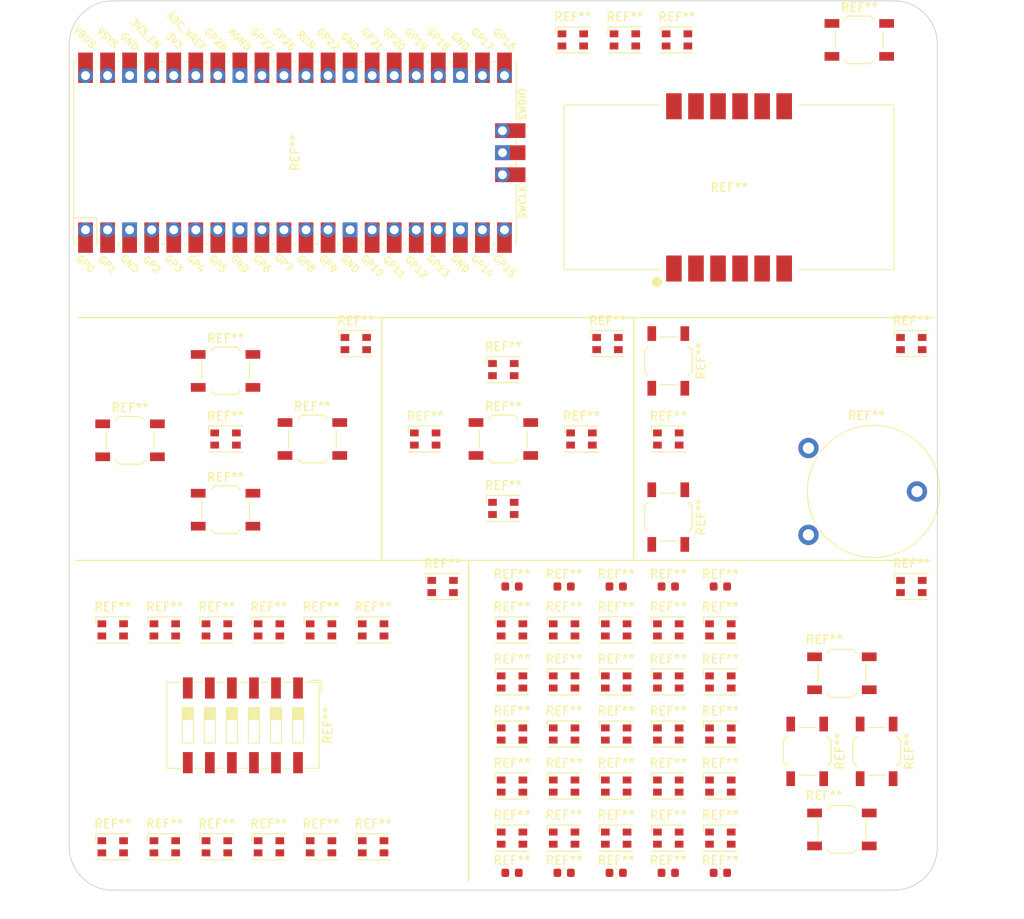
<source format=kicad_pcb>
(kicad_pcb (version 20211014) (generator pcbnew)
  (layers (0 "F.Cu" signal) (31 "B.Cu" signal) (34 "B.Paste" user) (35 "F.Paste" user) (36 "B.SilkS" user "B.Silkscreen") (37 "F.SilkS" user "F.Silkscreen") (38 "B.Mask" user) (39 "F.Mask" user) (44 "Edge.Cuts" user))
  (net 0 "")
  (footprint "LED_SMD:LED_Cree-PLCC4_3.2x2.8mm_CCW" (layer "F.Cu") (at 115 130)
    (fp_text reference "REF**" (at 0 -2.65) (layer "F.SilkS"))
    (fp_text value "LED_Cree-PLCC4_3.2x2.8mm_CCW")
    (pad "1" smd rect (at -1.25 -0.7) (size 1 0.8) (layers "F.Cu" "F.Paste" "F.Mask"))
    (pad "2" smd rect (at -1.25 0.7) (size 1 0.8) (layers "F.Cu" "F.Paste" "F.Mask"))
    (pad "3" smd rect (at 1.25 0.7) (size 1 0.8) (layers "F.Cu" "F.Paste" "F.Mask"))
    (pad "4" smd rect (at 1.25 -0.7) (size 1 0.8) (layers "F.Cu" "F.Paste" "F.Mask"))
  )
  (footprint "LED_SMD:LED_Cree-PLCC4_3.2x2.8mm_CCW" (layer "F.Cu") (at 167 130)
    (fp_text reference "REF**" (at 0 -2.65) (layer "F.SilkS"))
    (fp_text value "LED_Cree-PLCC4_3.2x2.8mm_CCW")
    (pad "1" smd rect (at -1.25 -0.7) (size 1 0.8) (layers "F.Cu" "F.Paste" "F.Mask"))
    (pad "2" smd rect (at -1.25 0.7) (size 1 0.8) (layers "F.Cu" "F.Paste" "F.Mask"))
    (pad "3" smd rect (at 1.25 0.7) (size 1 0.8) (layers "F.Cu" "F.Paste" "F.Mask"))
    (pad "4" smd rect (at 1.25 -0.7) (size 1 0.8) (layers "F.Cu" "F.Paste" "F.Mask"))
  )
  (footprint "LED_SMD:LED_Cree-PLCC4_3.2x2.8mm_CCW" (layer "F.Cu") (at 168 62)
    (fp_text reference "REF**" (at 0 -2.65) (layer "F.SilkS"))
    (fp_text value "LED_Cree-PLCC4_3.2x2.8mm_CCW")
    (pad "1" smd rect (at -1.25 -0.7) (size 1 0.8) (layers "F.Cu" "F.Paste" "F.Mask"))
    (pad "2" smd rect (at -1.25 0.7) (size 1 0.8) (layers "F.Cu" "F.Paste" "F.Mask"))
    (pad "3" smd rect (at 1.25 0.7) (size 1 0.8) (layers "F.Cu" "F.Paste" "F.Mask"))
    (pad "4" smd rect (at 1.25 -0.7) (size 1 0.8) (layers "F.Cu" "F.Paste" "F.Mask"))
  )
  (footprint "LED_SMD:LED_Cree-PLCC4_3.2x2.8mm_CCW" (layer "F.Cu") (at 161 136)
    (fp_text reference "REF**" (at 0 -2.65) (layer "F.SilkS"))
    (fp_text value "LED_Cree-PLCC4_3.2x2.8mm_CCW")
    (pad "1" smd rect (at -1.25 -0.7) (size 1 0.8) (layers "F.Cu" "F.Paste" "F.Mask"))
    (pad "2" smd rect (at -1.25 0.7) (size 1 0.8) (layers "F.Cu" "F.Paste" "F.Mask"))
    (pad "3" smd rect (at 1.25 0.7) (size 1 0.8) (layers "F.Cu" "F.Paste" "F.Mask"))
    (pad "4" smd rect (at 1.25 -0.7) (size 1 0.8) (layers "F.Cu" "F.Paste" "F.Mask"))
  )
  (footprint "LED_SMD:LED_Cree-PLCC4_3.2x2.8mm_CCW" (layer "F.Cu") (at 185 142)
    (fp_text reference "REF**" (at 0 -2.65) (layer "F.SilkS"))
    (fp_text value "LED_Cree-PLCC4_3.2x2.8mm_CCW")
    (pad "1" smd rect (at -1.25 -0.7) (size 1 0.8) (layers "F.Cu" "F.Paste" "F.Mask"))
    (pad "2" smd rect (at -1.25 0.7) (size 1 0.8) (layers "F.Cu" "F.Paste" "F.Mask"))
    (pad "3" smd rect (at 1.25 0.7) (size 1 0.8) (layers "F.Cu" "F.Paste" "F.Mask"))
    (pad "4" smd rect (at 1.25 -0.7) (size 1 0.8) (layers "F.Cu" "F.Paste" "F.Mask"))
  )
  (footprint "LED_SMD:LED_Cree-PLCC4_3.2x2.8mm_CCW" (layer "F.Cu") (at 121 155)
    (fp_text reference "REF**" (at 0 -2.65) (layer "F.SilkS"))
    (fp_text value "LED_Cree-PLCC4_3.2x2.8mm_CCW")
    (pad "1" smd rect (at -1.25 -0.7) (size 1 0.8) (layers "F.Cu" "F.Paste" "F.Mask"))
    (pad "2" smd rect (at -1.25 0.7) (size 1 0.8) (layers "F.Cu" "F.Paste" "F.Mask"))
    (pad "3" smd rect (at 1.25 0.7) (size 1 0.8) (layers "F.Cu" "F.Paste" "F.Mask"))
    (pad "4" smd rect (at 1.25 -0.7) (size 1 0.8) (layers "F.Cu" "F.Paste" "F.Mask"))
  )
  (footprint "Capacitor_SMD:C_0603_1608Metric" (layer "F.Cu") (at 185 125)
    (fp_text reference "REF**" (at 0 -1.43) (layer "F.SilkS"))
    (fp_text value "C_0603_1608Metric")
    (pad "1" smd roundrect (at -0.775 0) (size 0.9 0.95) (layers "F.Cu" "F.Paste" "F.Mask"))
    (pad "2" smd roundrect (at 0.775 0) (size 0.9 0.95) (layers "F.Cu" "F.Paste" "F.Mask"))
  )
  (footprint "Button_Switch_SMD:SW_SPST_TL3342" (layer "F.Cu") (at 160 108)
    (fp_text reference "REF**" (at 0 -3.75) (layer "F.SilkS"))
    (fp_text value "SW_SPST_TL3342")
    (pad "1" smd rect (at 3.15 -1.9) (size 1.7 1) (layers "F.Cu" "F.Paste" "F.Mask"))
    (pad "1" smd rect (at -3.15 -1.9) (size 1.7 1) (layers "F.Cu" "F.Paste" "F.Mask"))
    (pad "2" smd rect (at -3.15 1.9) (size 1.7 1) (layers "F.Cu" "F.Paste" "F.Mask"))
    (pad "2" smd rect (at 3.15 1.9) (size 1.7 1) (layers "F.Cu" "F.Paste" "F.Mask"))
  )
  (footprint "LED_SMD:LED_Cree-PLCC4_3.2x2.8mm_CCW" (layer "F.Cu") (at 167 142)
    (fp_text reference "REF**" (at 0 -2.65) (layer "F.SilkS"))
    (fp_text value "LED_Cree-PLCC4_3.2x2.8mm_CCW")
    (pad "1" smd rect (at -1.25 -0.7) (size 1 0.8) (layers "F.Cu" "F.Paste" "F.Mask"))
    (pad "2" smd rect (at -1.25 0.7) (size 1 0.8) (layers "F.Cu" "F.Paste" "F.Mask"))
    (pad "3" smd rect (at 1.25 0.7) (size 1 0.8) (layers "F.Cu" "F.Paste" "F.Mask"))
    (pad "4" smd rect (at 1.25 -0.7) (size 1 0.8) (layers "F.Cu" "F.Paste" "F.Mask"))
  )
  (footprint "LED_SMD:LED_Cree-PLCC4_3.2x2.8mm_CCW" (layer "F.Cu") (at 172 97)
    (fp_text reference "REF**" (at 0 -2.65) (layer "F.SilkS"))
    (fp_text value "LED_Cree-PLCC4_3.2x2.8mm_CCW")
    (pad "1" smd rect (at -1.25 -0.7) (size 1 0.8) (layers "F.Cu" "F.Paste" "F.Mask"))
    (pad "2" smd rect (at -1.25 0.7) (size 1 0.8) (layers "F.Cu" "F.Paste" "F.Mask"))
    (pad "3" smd rect (at 1.25 0.7) (size 1 0.8) (layers "F.Cu" "F.Paste" "F.Mask"))
    (pad "4" smd rect (at 1.25 -0.7) (size 1 0.8) (layers "F.Cu" "F.Paste" "F.Mask"))
  )
  (footprint "Button_Switch_SMD:SW_SPST_TL3342" (layer "F.Cu") (at 195 144 -90)
    (fp_text reference "REF**" (at 0 -3.75 90) (layer "F.SilkS"))
    (fp_text value "SW_SPST_TL3342")
    (pad "1" smd rect (at -3.15 -1.9 270) (size 1.7 1) (layers "F.Cu" "F.Paste" "F.Mask"))
    (pad "1" smd rect (at 3.15 -1.9 270) (size 1.7 1) (layers "F.Cu" "F.Paste" "F.Mask"))
    (pad "2" smd rect (at -3.15 1.9 270) (size 1.7 1) (layers "F.Cu" "F.Paste" "F.Mask"))
    (pad "2" smd rect (at 3.15 1.9 270) (size 1.7 1) (layers "F.Cu" "F.Paste" "F.Mask"))
  )
  (footprint "LED_SMD:LED_Cree-PLCC4_3.2x2.8mm_CCW" (layer "F.Cu") (at 173 154)
    (fp_text reference "REF**" (at 0 -2.65) (layer "F.SilkS"))
    (fp_text value "LED_Cree-PLCC4_3.2x2.8mm_CCW")
    (pad "1" smd rect (at -1.25 -0.7) (size 1 0.8) (layers "F.Cu" "F.Paste" "F.Mask"))
    (pad "2" smd rect (at -1.25 0.7) (size 1 0.8) (layers "F.Cu" "F.Paste" "F.Mask"))
    (pad "3" smd rect (at 1.25 0.7) (size 1 0.8) (layers "F.Cu" "F.Paste" "F.Mask"))
    (pad "4" smd rect (at 1.25 -0.7) (size 1 0.8) (layers "F.Cu" "F.Paste" "F.Mask"))
  )
  (footprint "LED_SMD:LED_Cree-PLCC4_3.2x2.8mm_CCW" (layer "F.Cu") (at 167 136)
    (fp_text reference "REF**" (at 0 -2.65) (layer "F.SilkS"))
    (fp_text value "LED_Cree-PLCC4_3.2x2.8mm_CCW")
    (pad "1" smd rect (at -1.25 -0.7) (size 1 0.8) (layers "F.Cu" "F.Paste" "F.Mask"))
    (pad "2" smd rect (at -1.25 0.7) (size 1 0.8) (layers "F.Cu" "F.Paste" "F.Mask"))
    (pad "3" smd rect (at 1.25 0.7) (size 1 0.8) (layers "F.Cu" "F.Paste" "F.Mask"))
    (pad "4" smd rect (at 1.25 -0.7) (size 1 0.8) (layers "F.Cu" "F.Paste" "F.Mask"))
  )
  (footprint "LED_SMD:LED_Cree-PLCC4_3.2x2.8mm_CCW" (layer "F.Cu") (at 161 148)
    (fp_text reference "REF**" (at 0 -2.65) (layer "F.SilkS"))
    (fp_text value "LED_Cree-PLCC4_3.2x2.8mm_CCW")
    (pad "1" smd rect (at -1.25 -0.7) (size 1 0.8) (layers "F.Cu" "F.Paste" "F.Mask"))
    (pad "2" smd rect (at -1.25 0.7) (size 1 0.8) (layers "F.Cu" "F.Paste" "F.Mask"))
    (pad "3" smd rect (at 1.25 0.7) (size 1 0.8) (layers "F.Cu" "F.Paste" "F.Mask"))
    (pad "4" smd rect (at 1.25 -0.7) (size 1 0.8) (layers "F.Cu" "F.Paste" "F.Mask"))
  )
  (footprint "LED_SMD:LED_Cree-PLCC4_3.2x2.8mm_CCW" (layer "F.Cu") (at 185 154)
    (fp_text reference "REF**" (at 0 -2.65) (layer "F.SilkS"))
    (fp_text value "LED_Cree-PLCC4_3.2x2.8mm_CCW")
    (pad "1" smd rect (at -1.25 -0.7) (size 1 0.8) (layers "F.Cu" "F.Paste" "F.Mask"))
    (pad "2" smd rect (at -1.25 0.7) (size 1 0.8) (layers "F.Cu" "F.Paste" "F.Mask"))
    (pad "3" smd rect (at 1.25 0.7) (size 1 0.8) (layers "F.Cu" "F.Paste" "F.Mask"))
    (pad "4" smd rect (at 1.25 -0.7) (size 1 0.8) (layers "F.Cu" "F.Paste" "F.Mask"))
  )
  (footprint "LED_SMD:LED_Cree-PLCC4_3.2x2.8mm_CCW" (layer "F.Cu") (at 161 154)
    (fp_text reference "REF**" (at 0 -2.65) (layer "F.SilkS"))
    (fp_text value "LED_Cree-PLCC4_3.2x2.8mm_CCW")
    (pad "1" smd rect (at -1.25 -0.7) (size 1 0.8) (layers "F.Cu" "F.Paste" "F.Mask"))
    (pad "2" smd rect (at -1.25 0.7) (size 1 0.8) (layers "F.Cu" "F.Paste" "F.Mask"))
    (pad "3" smd rect (at 1.25 0.7) (size 1 0.8) (layers "F.Cu" "F.Paste" "F.Mask"))
    (pad "4" smd rect (at 1.25 -0.7) (size 1 0.8) (layers "F.Cu" "F.Paste" "F.Mask"))
  )
  (footprint "LED_SMD:LED_Cree-PLCC4_3.2x2.8mm_CCW" (layer "F.Cu") (at 185 130)
    (fp_text reference "REF**" (at 0 -2.65) (layer "F.SilkS"))
    (fp_text value "LED_Cree-PLCC4_3.2x2.8mm_CCW")
    (pad "1" smd rect (at -1.25 -0.7) (size 1 0.8) (layers "F.Cu" "F.Paste" "F.Mask"))
    (pad "2" smd rect (at -1.25 0.7) (size 1 0.8) (layers "F.Cu" "F.Paste" "F.Mask"))
    (pad "3" smd rect (at 1.25 0.7) (size 1 0.8) (layers "F.Cu" "F.Paste" "F.Mask"))
    (pad "4" smd rect (at 1.25 -0.7) (size 1 0.8) (layers "F.Cu" "F.Paste" "F.Mask"))
  )
  (footprint "Button_Switch_SMD:SW_SPST_TL3342" (layer "F.Cu") (at 203 144 -90)
    (fp_text reference "REF**" (at 0 -3.75 90) (layer "F.SilkS"))
    (fp_text value "SW_SPST_TL3342")
    (pad "1" smd rect (at 3.15 -1.9 270) (size 1.7 1) (layers "F.Cu" "F.Paste" "F.Mask"))
    (pad "1" smd rect (at -3.15 -1.9 270) (size 1.7 1) (layers "F.Cu" "F.Paste" "F.Mask"))
    (pad "2" smd rect (at -3.15 1.9 270) (size 1.7 1) (layers "F.Cu" "F.Paste" "F.Mask"))
    (pad "2" smd rect (at 3.15 1.9 270) (size 1.7 1) (layers "F.Cu" "F.Paste" "F.Mask"))
  )
  (footprint "LED_SMD:LED_Cree-PLCC4_3.2x2.8mm_CCW" (layer "F.Cu") (at 207 97)
    (fp_text reference "REF**" (at 0 -2.65) (layer "F.SilkS"))
    (fp_text value "LED_Cree-PLCC4_3.2x2.8mm_CCW")
    (pad "1" smd rect (at -1.25 -0.7) (size 1 0.8) (layers "F.Cu" "F.Paste" "F.Mask"))
    (pad "2" smd rect (at -1.25 0.7) (size 1 0.8) (layers "F.Cu" "F.Paste" "F.Mask"))
    (pad "3" smd rect (at 1.25 0.7) (size 1 0.8) (layers "F.Cu" "F.Paste" "F.Mask"))
    (pad "4" smd rect (at 1.25 -0.7) (size 1 0.8) (layers "F.Cu" "F.Paste" "F.Mask"))
  )
  (footprint "LED_SMD:LED_Cree-PLCC4_3.2x2.8mm_CCW" (layer "F.Cu") (at 179 148)
    (fp_text reference "REF**" (at 0 -2.65) (layer "F.SilkS"))
    (fp_text value "LED_Cree-PLCC4_3.2x2.8mm_CCW")
    (pad "1" smd rect (at -1.25 -0.7) (size 1 0.8) (layers "F.Cu" "F.Paste" "F.Mask"))
    (pad "2" smd rect (at -1.25 0.7) (size 1 0.8) (layers "F.Cu" "F.Paste" "F.Mask"))
    (pad "3" smd rect (at 1.25 0.7) (size 1 0.8) (layers "F.Cu" "F.Paste" "F.Mask"))
    (pad "4" smd rect (at 1.25 -0.7) (size 1 0.8) (layers "F.Cu" "F.Paste" "F.Mask"))
  )
  (footprint "LED_SMD:LED_Cree-PLCC4_3.2x2.8mm_CCW" (layer "F.Cu") (at 167 154)
    (fp_text reference "REF**" (at 0 -2.65) (layer "F.SilkS"))
    (fp_text value "LED_Cree-PLCC4_3.2x2.8mm_CCW")
    (pad "1" smd rect (at -1.25 -0.7) (size 1 0.8) (layers "F.Cu" "F.Paste" "F.Mask"))
    (pad "2" smd rect (at -1.25 0.7) (size 1 0.8) (layers "F.Cu" "F.Paste" "F.Mask"))
    (pad "3" smd rect (at 1.25 0.7) (size 1 0.8) (layers "F.Cu" "F.Paste" "F.Mask"))
    (pad "4" smd rect (at 1.25 -0.7) (size 1 0.8) (layers "F.Cu" "F.Paste" "F.Mask"))
  )
  (footprint "Capacitor_SMD:C_0603_1608Metric" (layer "F.Cu") (at 179 158)
    (fp_text reference "REF**" (at 0 -1.43) (layer "F.SilkS"))
    (fp_text value "C_0603_1608Metric")
    (pad "1" smd roundrect (at -0.775 0) (size 0.9 0.95) (layers "F.Cu" "F.Paste" "F.Mask"))
    (pad "2" smd roundrect (at 0.775 0) (size 0.9 0.95) (layers "F.Cu" "F.Paste" "F.Mask"))
  )
  (footprint "Button_Switch_SMD:SW_DIP_SPSTx06_Slide_9.78x17.42mm_W8.61mm_P2.54mm" (layer "F.Cu") (at 130 141 -90)
    (fp_text reference "REF**" (at 0 -9.77 90) (layer "F.SilkS"))
    (fp_text value "SW_DIP_SPSTx06_Slide_9.78x17.42mm_W8.61mm_P2.54mm")
    (pad "1" smd rect (at -4.305 -6.35 270) (size 2.44 1.12) (layers "F.Cu" "F.Paste" "F.Mask"))
    (pad "2" smd rect (at -4.305 -3.81 270) (size 2.44 1.12) (layers "F.Cu" "F.Paste" "F.Mask"))
    (pad "3" smd rect (at -4.305 -1.27 270) (size 2.44 1.12) (layers "F.Cu" "F.Paste" "F.Mask"))
    (pad "4" smd rect (at -4.305 1.27 270) (size 2.44 1.12) (layers "F.Cu" "F.Paste" "F.Mask"))
    (pad "5" smd rect (at -4.305 3.81 270) (size 2.44 1.12) (layers "F.Cu" "F.Paste" "F.Mask"))
    (pad "6" smd rect (at -4.305 6.35 270) (size 2.44 1.12) (layers "F.Cu" "F.Paste" "F.Mask"))
    (pad "7" smd rect (at 4.305 6.35 270) (size 2.44 1.12) (layers "F.Cu" "F.Paste" "F.Mask"))
    (pad "8" smd rect (at 4.305 3.81 270) (size 2.44 1.12) (layers "F.Cu" "F.Paste" "F.Mask"))
    (pad "9" smd rect (at 4.305 1.27 270) (size 2.44 1.12) (layers "F.Cu" "F.Paste" "F.Mask"))
    (pad "10" smd rect (at 4.305 -1.27 270) (size 2.44 1.12) (layers "F.Cu" "F.Paste" "F.Mask"))
    (pad "11" smd rect (at 4.305 -3.81 270) (size 2.44 1.12) (layers "F.Cu" "F.Paste" "F.Mask"))
    (pad "12" smd rect (at 4.305 -6.35 270) (size 2.44 1.12) (layers "F.Cu" "F.Paste" "F.Mask"))
  )
  (footprint "LED_SMD:LED_Cree-PLCC4_3.2x2.8mm_CCW" (layer "F.Cu") (at 174 62)
    (fp_text reference "REF**" (at 0 -2.65) (layer "F.SilkS"))
    (fp_text value "LED_Cree-PLCC4_3.2x2.8mm_CCW")
    (pad "1" smd rect (at -1.25 -0.7) (size 1 0.8) (layers "F.Cu" "F.Paste" "F.Mask"))
    (pad "2" smd rect (at -1.25 0.7) (size 1 0.8) (layers "F.Cu" "F.Paste" "F.Mask"))
    (pad "3" smd rect (at 1.25 0.7) (size 1 0.8) (layers "F.Cu" "F.Paste" "F.Mask"))
    (pad "4" smd rect (at 1.25 -0.7) (size 1 0.8) (layers "F.Cu" "F.Paste" "F.Mask"))
  )
  (footprint "Capacitor_SMD:C_0603_1608Metric" (layer "F.Cu") (at 173 125)
    (fp_text reference "REF**" (at 0 -1.43) (layer "F.SilkS"))
    (fp_text value "C_0603_1608Metric")
    (pad "1" smd roundrect (at -0.775 0) (size 0.9 0.95) (layers "F.Cu" "F.Paste" "F.Mask"))
    (pad "2" smd roundrect (at 0.775 0) (size 0.9 0.95) (layers "F.Cu" "F.Paste" "F.Mask"))
  )
  (footprint "LED_SMD:LED_Cree-PLCC4_3.2x2.8mm_CCW" (layer "F.Cu") (at 139 155)
    (fp_text reference "REF**" (at 0 -2.65) (layer "F.SilkS"))
    (fp_text value "LED_Cree-PLCC4_3.2x2.8mm_CCW")
    (pad "1" smd rect (at -1.25 -0.7) (size 1 0.8) (layers "F.Cu" "F.Paste" "F.Mask"))
    (pad "2" smd rect (at -1.25 0.7) (size 1 0.8) (layers "F.Cu" "F.Paste" "F.Mask"))
    (pad "3" smd rect (at 1.25 0.7) (size 1 0.8) (layers "F.Cu" "F.Paste" "F.Mask"))
    (pad "4" smd rect (at 1.25 -0.7) (size 1 0.8) (layers "F.Cu" "F.Paste" "F.Mask"))
  )
  (footprint "LED_SMD:LED_Cree-PLCC4_3.2x2.8mm_CCW" (layer "F.Cu") (at 128 108)
    (fp_text reference "REF**" (at 0 -2.65) (layer "F.SilkS"))
    (fp_text value "LED_Cree-PLCC4_3.2x2.8mm_CCW")
    (pad "1" smd rect (at -1.25 -0.7) (size 1 0.8) (layers "F.Cu" "F.Paste" "F.Mask"))
    (pad "2" smd rect (at -1.25 0.7) (size 1 0.8) (layers "F.Cu" "F.Paste" "F.Mask"))
    (pad "3" smd rect (at 1.25 0.7) (size 1 0.8) (layers "F.Cu" "F.Paste" "F.Mask"))
    (pad "4" smd rect (at 1.25 -0.7) (size 1 0.8) (layers "F.Cu" "F.Paste" "F.Mask"))
  )
  (footprint "LED_SMD:LED_Cree-PLCC4_3.2x2.8mm_CCW" (layer "F.Cu") (at 127 155)
    (fp_text reference "REF**" (at 0 -2.65) (layer "F.SilkS"))
    (fp_text value "LED_Cree-PLCC4_3.2x2.8mm_CCW")
    (pad "1" smd rect (at -1.25 -0.7) (size 1 0.8) (layers "F.Cu" "F.Paste" "F.Mask"))
    (pad "2" smd rect (at -1.25 0.7) (size 1 0.8) (layers "F.Cu" "F.Paste" "F.Mask"))
    (pad "3" smd rect (at 1.25 0.7) (size 1 0.8) (layers "F.Cu" "F.Paste" "F.Mask"))
    (pad "4" smd rect (at 1.25 -0.7) (size 1 0.8) (layers "F.Cu" "F.Paste" "F.Mask"))
  )
  (footprint "LED_SMD:LED_Cree-PLCC4_3.2x2.8mm_CCW" (layer "F.Cu") (at 179 130)
    (fp_text reference "REF**" (at 0 -2.65) (layer "F.SilkS"))
    (fp_text value "LED_Cree-PLCC4_3.2x2.8mm_CCW")
    (pad "1" smd rect (at -1.25 -0.7) (size 1 0.8) (layers "F.Cu" "F.Paste" "F.Mask"))
    (pad "2" smd rect (at -1.25 0.7) (size 1 0.8) (layers "F.Cu" "F.Paste" "F.Mask"))
    (pad "3" smd rect (at 1.25 0.7) (size 1 0.8) (layers "F.Cu" "F.Paste" "F.Mask"))
    (pad "4" smd rect (at 1.25 -0.7) (size 1 0.8) (layers "F.Cu" "F.Paste" "F.Mask"))
  )
  (footprint "LED_SMD:LED_Cree-PLCC4_3.2x2.8mm_CCW" (layer "F.Cu") (at 139 130)
    (fp_text reference "REF**" (at 0 -2.65) (layer "F.SilkS"))
    (fp_text value "LED_Cree-PLCC4_3.2x2.8mm_CCW")
    (pad "1" smd rect (at -1.25 -0.7) (size 1 0.8) (layers "F.Cu" "F.Paste" "F.Mask"))
    (pad "2" smd rect (at -1.25 0.7) (size 1 0.8) (layers "F.Cu" "F.Paste" "F.Mask"))
    (pad "3" smd rect (at 1.25 0.7) (size 1 0.8) (layers "F.Cu" "F.Paste" "F.Mask"))
    (pad "4" smd rect (at 1.25 -0.7) (size 1 0.8) (layers "F.Cu" "F.Paste" "F.Mask"))
  )
  (footprint "LED_SMD:LED_Cree-PLCC4_3.2x2.8mm_CCW" (layer "F.Cu") (at 133 155)
    (fp_text reference "REF**" (at 0 -2.65) (layer "F.SilkS"))
    (fp_text value "LED_Cree-PLCC4_3.2x2.8mm_CCW")
    (pad "1" smd rect (at -1.25 -0.7) (size 1 0.8) (layers "F.Cu" "F.Paste" "F.Mask"))
    (pad "2" smd rect (at -1.25 0.7) (size 1 0.8) (layers "F.Cu" "F.Paste" "F.Mask"))
    (pad "3" smd rect (at 1.25 0.7) (size 1 0.8) (layers "F.Cu" "F.Paste" "F.Mask"))
    (pad "4" smd rect (at 1.25 -0.7) (size 1 0.8) (layers "F.Cu" "F.Paste" "F.Mask"))
  )
  (footprint "Capacitor_SMD:C_0603_1608Metric" (layer "F.Cu") (at 173 158)
    (fp_text reference "REF**" (at 0 -1.43) (layer "F.SilkS"))
    (fp_text value "C_0603_1608Metric")
    (pad "1" smd roundrect (at -0.775 0) (size 0.9 0.95) (layers "F.Cu" "F.Paste" "F.Mask"))
    (pad "2" smd roundrect (at 0.775 0) (size 0.9 0.95) (layers "F.Cu" "F.Paste" "F.Mask"))
  )
  (footprint "LED_SMD:LED_Cree-PLCC4_3.2x2.8mm_CCW" (layer "F.Cu") (at 161 130)
    (fp_text reference "REF**" (at 0 -2.65) (layer "F.SilkS"))
    (fp_text value "LED_Cree-PLCC4_3.2x2.8mm_CCW")
    (pad "1" smd rect (at -1.25 -0.7) (size 1 0.8) (layers "F.Cu" "F.Paste" "F.Mask"))
    (pad "2" smd rect (at -1.25 0.7) (size 1 0.8) (layers "F.Cu" "F.Paste" "F.Mask"))
    (pad "3" smd rect (at 1.25 0.7) (size 1 0.8) (layers "F.Cu" "F.Paste" "F.Mask"))
    (pad "4" smd rect (at 1.25 -0.7) (size 1 0.8) (layers "F.Cu" "F.Paste" "F.Mask"))
  )
  (footprint "LED_SMD:LED_Cree-PLCC4_3.2x2.8mm_CCW" (layer "F.Cu") (at 145 130)
    (fp_text reference "REF**" (at 0 -2.65) (layer "F.SilkS"))
    (fp_text value "LED_Cree-PLCC4_3.2x2.8mm_CCW")
    (pad "1" smd rect (at -1.25 -0.7) (size 1 0.8) (layers "F.Cu" "F.Paste" "F.Mask"))
    (pad "2" smd rect (at -1.25 0.7) (size 1 0.8) (layers "F.Cu" "F.Paste" "F.Mask"))
    (pad "3" smd rect (at 1.25 0.7) (size 1 0.8) (layers "F.Cu" "F.Paste" "F.Mask"))
    (pad "4" smd rect (at 1.25 -0.7) (size 1 0.8) (layers "F.Cu" "F.Paste" "F.Mask"))
  )
  (footprint "Button_Switch_SMD:SW_SPST_TL3342" (layer "F.Cu") (at 199 153)
    (fp_text reference "REF**" (at -2.04 -3.896267) (layer "F.SilkS"))
    (fp_text value "SW_SPST_TL3342")
    (pad "1" smd rect (at -3.15 -1.9) (size 1.7 1) (layers "F.Cu" "F.Paste" "F.Mask"))
    (pad "1" smd rect (at 3.15 -1.9) (size 1.7 1) (layers "F.Cu" "F.Paste" "F.Mask"))
    (pad "2" smd rect (at 3.15 1.9) (size 1.7 1) (layers "F.Cu" "F.Paste" "F.Mask"))
    (pad "2" smd rect (at -3.15 1.9) (size 1.7 1) (layers "F.Cu" "F.Paste" "F.Mask"))
  )
  (footprint "Button_Switch_SMD:SW_SPST_TL3342" (layer "F.Cu") (at 138 108)
    (fp_text reference "REF**" (at 0 -3.75) (layer "F.SilkS"))
    (fp_text value "SW_SPST_TL3342")
    (pad "1" smd rect (at -3.15 -1.9) (size 1.7 1) (layers "F.Cu" "F.Paste" "F.Mask"))
    (pad "1" smd rect (at 3.15 -1.9) (size 1.7 1) (layers "F.Cu" "F.Paste" "F.Mask"))
    (pad "2" smd rect (at -3.15 1.9) (size 1.7 1) (layers "F.Cu" "F.Paste" "F.Mask"))
    (pad "2" smd rect (at 3.15 1.9) (size 1.7 1) (layers "F.Cu" "F.Paste" "F.Mask"))
  )
  (footprint "LED_SMD:LED_Cree-PLCC4_3.2x2.8mm_CCW" (layer "F.Cu") (at 115 155)
    (fp_text reference "REF**" (at 0 -2.65) (layer "F.SilkS"))
    (fp_text value "LED_Cree-PLCC4_3.2x2.8mm_CCW")
    (pad "1" smd rect (at -1.25 -0.7) (size 1 0.8) (layers "F.Cu" "F.Paste" "F.Mask"))
    (pad "2" smd rect (at -1.25 0.7) (size 1 0.8) (layers "F.Cu" "F.Paste" "F.Mask"))
    (pad "3" smd rect (at 1.25 0.7) (size 1 0.8) (layers "F.Cu" "F.Paste" "F.Mask"))
    (pad "4" smd rect (at 1.25 -0.7) (size 1 0.8) (layers "F.Cu" "F.Paste" "F.Mask"))
  )
  (footprint "LED_SMD:LED_Cree-PLCC4_3.2x2.8mm_CCW" (layer "F.Cu") (at 173 142)
    (fp_text reference "REF**" (at 0 -2.65) (layer "F.SilkS"))
    (fp_text value "LED_Cree-PLCC4_3.2x2.8mm_CCW")
    (pad "1" smd rect (at -1.25 -0.7) (size 1 0.8) (layers "F.Cu" "F.Paste" "F.Mask"))
    (pad "2" smd rect (at -1.25 0.7) (size 1 0.8) (layers "F.Cu" "F.Paste" "F.Mask"))
    (pad "3" smd rect (at 1.25 0.7) (size 1 0.8) (layers "F.Cu" "F.Paste" "F.Mask"))
    (pad "4" smd rect (at 1.25 -0.7) (size 1 0.8) (layers "F.Cu" "F.Paste" "F.Mask"))
  )
  (footprint "LED_SMD:LED_Cree-PLCC4_3.2x2.8mm_CCW" (layer "F.Cu") (at 179 142)
    (fp_text reference "REF**" (at 0 -2.65) (layer "F.SilkS"))
    (fp_text value "LED_Cree-PLCC4_3.2x2.8mm_CCW")
    (pad "1" smd rect (at -1.25 -0.7) (size 1 0.8) (layers "F.Cu" "F.Paste" "F.Mask"))
    (pad "2" smd rect (at -1.25 0.7) (size 1 0.8) (layers "F.Cu" "F.Paste" "F.Mask"))
    (pad "3" smd rect (at 1.25 0.7) (size 1 0.8) (layers "F.Cu" "F.Paste" "F.Mask"))
    (pad "4" smd rect (at 1.25 -0.7) (size 1 0.8) (layers "F.Cu" "F.Paste" "F.Mask"))
  )
  (footprint "LCSC_parts:SLS0563DRA1GD" (layer "F.Cu") (at 186 79)
    (fp_text reference "REF**" (at 0 0) (layer "F.SilkS"))
    (fp_text value "SLS0563DRA1GD")
    (pad "1" smd rect locked (at -6.35 9.35) (size 1.8 3) (layers "F.Cu" "F.Paste" "F.Mask"))
    (pad "2" smd rect locked (at -3.81 9.35) (size 1.8 3) (layers "F.Cu" "F.Paste" "F.Mask"))
    (pad "3" smd rect locked (at -1.27 9.35) (size 1.8 3) (layers "F.Cu" "F.Paste" "F.Mask"))
    (pad "4" smd rect locked (at 1.27 9.35) (size 1.8 3) (layers "F.Cu" "F.Paste" "F.Mask"))
    (pad "5" smd rect locked (at 3.81 9.35) (size 1.8 3) (layers "F.Cu" "F.Paste" "F.Mask"))
    (pad "6" smd rect locked (at 6.35 9.35) (size 1.8 3) (layers "F.Cu" "F.Paste" "F.Mask"))
    (pad "7" smd rect locked (at 6.35 -9.35) (size 1.8 3) (layers "F.Cu" "F.Paste" "F.Mask"))
    (pad "8" smd rect locked (at 3.81 -9.35) (size 1.8 3) (layers "F.Cu" "F.Paste" "F.Mask"))
    (pad "9" smd rect locked (at 1.27 -9.35) (size 1.8 3) (layers "F.Cu" "F.Paste" "F.Mask"))
    (pad "10" smd rect locked (at -1.27 -9.35) (size 1.8 3) (layers "F.Cu" "F.Paste" "F.Mask"))
    (pad "11" smd rect locked (at -3.81 -9.35) (size 1.8 3) (layers "F.Cu" "F.Paste" "F.Mask"))
    (pad "12" smd rect locked (at -6.35 -9.35) (size 1.8 3) (layers "F.Cu" "F.Paste" "F.Mask"))
  )
  (footprint "RPi_Pico:RPi_Pico_SMD_TH" (layer "F.Cu") (at 136 75 90)
    (fp_text reference "REF**" (at 0 0 90) (layer "F.SilkS"))
    (fp_text value "RPi_Pico_SMD_TH")
    (fp_text user "GND" (at 12.8 19.05 135) (layer "F.SilkS") (effects (font (size 0.8 0.8))))
    (fp_text user "GP0" (at -12.8 -24.13 135) (layer "F.SilkS") (effects (font (size 0.8 0.8))))
    (fp_text user "GP15" (at -13.054 24.13 135) (layer "F.SilkS") (effects (font (size 0.8 0.8))))
    (fp_text user "GP3" (at -12.8 -13.97 135) (layer "F.SilkS") (effects (font (size 0.8 0.8))))
    (fp_text user "GP8" (at -12.8 1.27 135) (layer "F.SilkS") (effects (font (size 0.8 0.8))))
    (fp_text user "AGND" (at 13.054 -6.35 135) (layer "F.SilkS") (effects (font (size 0.8 0.8))))
    (fp_text user "GP19" (at 13.054 13.97 135) (layer "F.SilkS") (effects (font (size 0.8 0.8))))
    (fp_text user "GP12" (at -13.2 13.97 135) (layer "F.SilkS") (effects (font (size 0.8 0.8))))
    (fp_text user "GP6" (at -12.8 -3.81 135) (layer "F.SilkS") (effects (font (size 0.8 0.8))))
    (fp_text user "SWCLK" (at -5.7 26.2 90) (layer "F.SilkS") (effects (font (size 0.8 0.8))))
    (fp_text user "GP10" (at -13.054 8.89 135) (layer "F.SilkS") (effects (font (size 0.8 0.8))))
    (fp_text user "GP28" (at 13.054 -9.144 135) (layer "F.SilkS") (effects (font (size 0.8 0.8))))
    (fp_text user "VSYS" (at 13.2 -21.59 135) (layer "F.SilkS") (effects (font (size 0.8 0.8))))
    (fp_text user "GP16" (at 13.054 24.13 135) (layer "F.SilkS") (effects (font (size 0.8 0.8))))
    (fp_text user "GND" (at -12.8 -6.35 135) (layer "F.SilkS") (effects (font (size 0.8 0.8))))
    (fp_text user "GP2" (at -12.9 -16.51 135) (layer "F.SilkS") (effects (font (size 0.8 0.8))))
    (fp_text user "ADC_VREF" (at 14 -12.5 135) (layer "F.SilkS") (effects (font (size 0.8 0.8))))
    (fp_text user "SWDIO" (at 5.6 26.2 90) (layer "F.SilkS") (effects (font (size 0.8 0.8))))
    (fp_text user "GP11" (at -13.2 11.43 135) (layer "F.SilkS") (effects (font (size 0.8 0.8))))
    (fp_text user "GP13" (at -13.054 16.51 135) (layer "F.SilkS") (effects (font (size 0.8 0.8))))
    (fp_text user "GP26" (at 13.054 -1.27 135) (layer "F.SilkS") (effects (font (size 0.8 0.8))))
    (fp_text user "GP14" (at -13.1 21.59 135) (layer "F.SilkS") (effects (font (size 0.8 0.8))))
    (fp_text user "GND" (at 12.8 6.35 135) (layer "F.SilkS") (effects (font (size 0.8 0.8))))
    (fp_text user "GP7" (at -12.7 -1.3 135) (layer "F.SilkS") (effects (font (size 0.8 0.8))))
    (fp_text user "GND" (at -12.8 19.05 135) (layer "F.SilkS") (effects (font (size 0.8 0.8))))
    (fp_text user "GP21" (at 13.054 8.9 135) (layer "F.SilkS") (effects (font (size 0.8 0.8))))
    (fp_text user "GP17" (at 13.054 21.59 135) (layer "F.SilkS") (effects (font (size 0.8 0.8))))
    (fp_text user "GP4" (at -12.8 -11.43 135) (layer "F.SilkS") (effects (font (size 0.8 0.8))))
    (fp_text user "GP5" (at -12.8 -8.89 135) (layer "F.SilkS") (effects (font (size 0.8 0.8))))
    (fp_text user "GP20" (at 13.054 11.43 135) (layer "F.SilkS") (effects (font (size 0.8 0.8))))
    (fp_text user "GND" (at 12.8 -19.05 135) (layer "F.SilkS") (effects (font (size 0.8 0.8))))
    (fp_text user "3V3" (at 12.9 -13.9 135) (layer "F.SilkS") (effects (font (size 0.8 0.8))))
    (fp_text user "RUN" (at 13 1.27 135) (layer "F.SilkS") (effects (font (size 0.8 0.8))))
    (fp_text user "GP27" (at 13.054 -3.8 135) (layer "F.SilkS") (effects (font (size 0.8 0.8))))
    (fp_text user "GND" (at -12.8 -19.05 135) (layer "F.SilkS") (effects (font (size 0.8 0.8))))
    (fp_text user "VBUS" (at 13.3 -24.2 135) (layer "F.SilkS") (effects (font (size 0.8 0.8))))
    (fp_text user "GP1" (at -12.9 -21.6 135) (layer "F.SilkS") (effects (font (size 0.8 0.8))))
    (fp_text user "GP9" (at -12.8 3.81 135) (layer "F.SilkS") (effects (font (size 0.8 0.8))))
    (fp_text user "GP18" (at 13.054 16.51 135) (layer "F.SilkS") (effects (font (size 0.8 0.8))))
    (fp_text user "GND" (at -12.8 6.35 135) (layer "F.SilkS") (effects (font (size 0.8 0.8))))
    (fp_text user "3V3_EN" (at 13.7 -17.2 135) (layer "F.SilkS") (effects (font (size 0.8 0.8))))
    (fp_text user "GP22" (at 13.054 3.81 135) (layer "F.SilkS") (effects (font (size 0.8 0.8))))
    (pad "" np_thru_hole oval locked (at 2.725 -24 90) (size 1.8 1.8) (drill 1.8) (layers *.Cu *.Mask))
    (pad "" np_thru_hole oval locked (at 2.425 -20.97 90) (size 1.5 1.5) (drill 1.5) (layers *.Cu *.Mask))
    (pad "" np_thru_hole oval locked (at -2.425 -20.97 90) (size 1.5 1.5) (drill 1.5) (layers *.Cu *.Mask))
    (pad "" np_thru_hole oval locked (at -2.725 -24 90) (size 1.8 1.8) (drill 1.8) (layers *.Cu *.Mask))
    (pad "1" thru_hole oval locked (at -8.89 -24.13 90) (size 1.7 1.7) (drill 1.02) (layers *.Cu *.Mask))
    (pad "1" smd rect locked (at -8.89 -24.13 90) (size 3.5 1.7) (drill (offset -0.9 0)) (layers "F.Cu" "F.Mask"))
    (pad "2" smd rect locked (at -8.89 -21.59 90) (size 3.5 1.7) (drill (offset -0.9 0)) (layers "F.Cu" "F.Mask"))
    (pad "2" thru_hole oval locked (at -8.89 -21.59 90) (size 1.7 1.7) (drill 1.02) (layers *.Cu *.Mask))
    (pad "3" smd rect locked (at -8.89 -19.05 90) (size 3.5 1.7) (drill (offset -0.9 0)) (layers "F.Cu" "F.Mask"))
    (pad "3" thru_hole rect locked (at -8.89 -19.05 90) (size 1.7 1.7) (drill 1.02) (layers *.Cu *.Mask))
    (pad "4" smd rect locked (at -8.89 -16.51 90) (size 3.5 1.7) (drill (offset -0.9 0)) (layers "F.Cu" "F.Mask"))
    (pad "4" thru_hole oval locked (at -8.89 -16.51 90) (size 1.7 1.7) (drill 1.02) (layers *.Cu *.Mask))
    (pad "5" smd rect locked (at -8.89 -13.97 90) (size 3.5 1.7) (drill (offset -0.9 0)) (layers "F.Cu" "F.Mask"))
    (pad "5" thru_hole oval locked (at -8.89 -13.97 90) (size 1.7 1.7) (drill 1.02) (layers *.Cu *.Mask))
    (pad "6" smd rect locked (at -8.89 -11.43 90) (size 3.5 1.7) (drill (offset -0.9 0)) (layers "F.Cu" "F.Mask"))
    (pad "6" thru_hole oval locked (at -8.89 -11.43 90) (size 1.7 1.7) (drill 1.02) (layers *.Cu *.Mask))
    (pad "7" smd rect locked (at -8.89 -8.89 90) (size 3.5 1.7) (drill (offset -0.9 0)) (layers "F.Cu" "F.Mask"))
    (pad "7" thru_hole oval locked (at -8.89 -8.89 90) (size 1.7 1.7) (drill 1.02) (layers *.Cu *.Mask))
    (pad "8" thru_hole rect locked (at -8.89 -6.35 90) (size 1.7 1.7) (drill 1.02) (layers *.Cu *.Mask))
    (pad "8" smd rect locked (at -8.89 -6.35 90) (size 3.5 1.7) (drill (offset -0.9 0)) (layers "F.Cu" "F.Mask"))
    (pad "9" smd rect locked (at -8.89 -3.81 90) (size 3.5 1.7) (drill (offset -0.9 0)) (layers "F.Cu" "F.Mask"))
    (pad "9" thru_hole oval locked (at -8.89 -3.81 90) (size 1.7 1.7) (drill 1.02) (layers *.Cu *.Mask))
    (pad "10" smd rect locked (at -8.89 -1.27 90) (size 3.5 1.7) (drill (offset -0.9 0)) (layers "F.Cu" "F.Mask"))
    (pad "10" thru_hole oval locked (at -8.89 -1.27 90) (size 1.7 1.7) (drill 1.02) (layers *.Cu *.Mask))
    (pad "11" smd rect locked (at -8.89 1.27 90) (size 3.5 1.7) (drill (offset -0.9 0)) (layers "F.Cu" "F.Mask"))
    (pad "11" thru_hole oval locked (at -8.89 1.27 90) (size 1.7 1.7) (drill 1.02) (layers *.Cu *.Mask))
    (pad "12" smd rect locked (at -8.89 3.81 90) (size 3.5 1.7) (drill (offset -0.9 0)) (layers "F.Cu" "F.Mask"))
    (pad "12" thru_hole oval locked (at -8.89 3.81 90) (size 1.7 1.7) (drill 1.02) (layers *.Cu *.Mask))
    (pad "13" smd rect locked (at -8.89 6.35 90) (size 3.5 1.7) (drill (offset -0.9 0)) (layers "F.Cu" "F.Mask"))
    (pad "13" thru_hole rect locked (at -8.89 6.35 90) (size 1.7 1.7) (drill 1.02) (layers *.Cu *.Mask))
    (pad "14" smd rect locked (at -8.89 8.89 90) (size 3.5 1.7) (drill (offset -0.9 0)) (layers "F.Cu" "F.Mask"))
    (pad "14" thru_hole oval locked (at -8.89 8.89 90) (size 1.7 1.7) (drill 1.02) (layers *.Cu *.Mask))
    (pad "15" thru_hole oval locked (at -8.89 11.43 90) (size 1.7 1.7) (drill 1.02) (layers *.Cu *.Mask))
    (pad "15" smd rect locked (at -8.89 11.43 90) (size 3.5 1.7) (drill (offset -0.9 0)) (layers "F.Cu" "F.Mask"))
    (pad "16" smd rect locked (at -8.89 13.97 90) (size 3.5 1.7) (drill (offset -0.9 0)) (layers "F.Cu" "F.Mask"))
    (pad "16" thru_hole oval locked (at -8.89 13.97 90) (size 1.7 1.7) (drill 1.02) (layers *.Cu *.Mask))
    (pad "17" thru_hole oval locked (at -8.89 16.51 90) (size 1.7 1.7) (drill 1.02) (layers *.Cu *.Mask))
    (pad "17" smd rect locked (at -8.89 16.51 90) (size 3.5 1.7) (drill (offset -0.9 0)) (layers "F.Cu" "F.Mask"))
    (pad "18" thru_hole rect locked (at -8.89 19.05 90) (size 1.7 1.7) (drill 1.02) (layers *.Cu *.Mask))
    (pad "18" smd rect locked (at -8.89 19.05 90) (size 3.5 1.7) (drill (offset -0.9 0)) (layers "F.Cu" "F.Mask"))
    (pad "19" thru_hole oval locked (at -8.89 21.59 90) (size 1.7 1.7) (drill 1.02) (layers *.Cu *.Mask))
    (pad "19" smd rect locked (at -8.89 21.59 90) (size 3.5 1.7) (drill (offset -0.9 0)) (layers "F.Cu" "F.Mask"))
    (pad "20" smd rect locked (at -8.89 24.13 90) (size 3.5 1.7) (drill (offset -0.9 0)) (layers "F.Cu" "F.Mask"))
    (pad "20" thru_hole oval locked (at -8.89 24.13 90) (size 1.7 1.7) (drill 1.02) (layers *.Cu *.Mask))
    (pad "21" smd rect locked (at 8.89 24.13 90) (size 3.5 1.7) (drill (offset 0.9 0)) (layers "F.Cu" "F.Mask"))
    (pad "21" thru_hole oval locked (at 8.89 24.13 90) (size 1.7 1.7) (drill 1.02) (layers *.Cu *.Mask))
    (pad "22" smd rect locked (at 8.89 21.59 90) (size 3.5 1.7) (drill (offset 0.9 0)) (layers "F.Cu" "F.Mask"))
    (pad "22" thru_hole oval locked (at 8.89 21.59 90) (size 1.7 1.7) (drill 1.02) (layers *.Cu *.Mask))
    (pad "23" thru_hole rect locked (at 8.89 19.05 90) (size 1.7 1.7) (drill 1.02) (layers *.Cu *.Mask))
    (pad "23" smd rect locked (at 8.89 19.05 90) (size 3.5 1.7) (drill (offset 0.9 0)) (layers "F.Cu" "F.Mask"))
    (pad "24" smd rect locked (at 8.89 16.51 90) (size 3.5 1.7) (drill (offset 0.9 0)) (layers "F.Cu" "F.Mask"))
    (pad "24" thru_hole oval locked (at 8.89 16.51 90) (size 1.7 1.7) (drill 1.02) (layers *.Cu *.Mask))
    (pad "25" thru_hole oval locked (at 8.89 13.97 90) (size 1.7 1.7) (drill 1.02) (layers *.Cu *.Mask))
    (pad "25" smd rect locked (at 8.89 13.97 90) (size 3.5 1.7) (drill (offset 0.9 0)) (layers "F.Cu" "F.Mask"))
    (pad "26" thru_hole oval locked (at 8.89 11.43 90) (size 1.7 1.7) (drill 1.02) (layers *.Cu *.Mask))
    (pad "26" smd rect locked (at 8.89 11.43 90) (size 3.5 1.7) (drill (offset 0.9 0)) (layers "F.Cu" "F.Mask"))
    (pad "27" thru_hole oval locked (at 8.89 8.89 90) (size 1.7 1.7) (drill 1.02) (layers *.Cu *.Mask))
    (pad "27" smd rect locked (at 8.89 8.89 90) (size 3.5 1.7) (drill (offset 0.9 0)) (layers "F.Cu" "F.Mask"))
    (pad "28" thru_hole rect locked (at 8.89 6.35 90) (size 1.7 1.7) (drill 1.02) (layers *.Cu *.Mask))
    (pad "28" smd rect locked (at 8.89 6.35 90) (size 3.5 1.7) (drill (offset 0.9 0)) (layers "F.Cu" "F.Mask"))
    (pad "29" smd rect locked (at 8.89 3.81 90) (size 3.5 1.7) (drill (offset 0.9 0)) (layers "F.Cu" "F.Mask"))
    (pad "29" thru_hole oval locked (at 8.89 3.81 90) (size 1.7 1.7) (drill 1.02) (layers *.Cu *.Mask))
    (pad "30" smd rect locked (at 8.89 1.27 90) (size 3.5 1.7) (drill (offset 0.9 0)) (layers "F.Cu" "F.Mask"))
    (pad "30" thru_hole oval locked (at 8.89 1.27 90) (size 1.7 1.7) (drill 1.02) (layers *.Cu *.Mask))
    (pad "31" smd rect locked (at 8.89 -1.27 90) (size 3.5 1.7) (drill (offset 0.9 0)) (layers "F.Cu" "F.Mask"))
    (pad "31" thru_hole oval locked (at 8.89 -1.27 90) (size 1.7 1.7) (drill 1.02) (layers *.Cu *.Mask))
    (pad "32" smd rect locked (at 8.89 -3.81 90) (size 3.5 1.7) (drill (offset 0.9 0)) (layers "F.Cu" "F.Mask"))
    (pad "32" thru_hole oval locked (at 8.89 -3.81 90) (size 1.7 1.7) (drill 1.02) (layers *.Cu *.Mask))
    (pad "33" thru_hole rect locked (at 8.89 -6.35 90) (size 1.7 1.7) (drill 1.02) (layers *.Cu *.Mask))
    (pad "33" smd rect locked (at 8.89 -6.35 90) (size 3.5 1.7) (drill (offset 0.9 0)) (layers "F.Cu" "F.Mask"))
    (pad "34" thru_hole oval locked (at 8.89 -8.89 90) (size 1.7 1.7) (drill 1.02) (layers *.Cu *.Mask))
    (pad "34" smd rect locked (at 8.89 -8.89 90) (size 3.5 1.7) (drill (offset 0.9 0)) (layers "F.Cu" "F.Mask"))
    (pad "35" thru_hole oval locked (at 8.89 -11.43 90) (size 1.7 1.7) (drill 1.02) (layers *.Cu *.Mask))
    (pad "35" smd rect locked (at 8.89 -11.43 90) (size 3.5 1.7) (drill (offset 0.9 0)) (layers "F.Cu" "F.Mask"))
    (pad "36" thru_hole oval locked (at 8.89 -13.97 90) (size 1.7 1.7) (drill 1.02) (layers *.Cu *.Mask))
    (pad "36" smd rect locked (at 8.89 -13.97 90) (size 3.5 1.7) (drill (offset 0.9 0)) (layers "F.Cu" "F.Mask"))
    (pad "37" thru_hole oval locked (at 8.89 -16.51 90) (size 1.7 1.7) (drill 1.02) (layers *.Cu *.Mask))
    (pad "37" smd rect locked (at 8.89 -16.51 90) (size 3.5 1.7) (drill (offset 0.9 0)) (layers "F.Cu" "F.Mask"))
    (pad "38" thru_hole rect locked (at 8.89 -19.05 90) (size 1.7 1.7) (drill 1.02) (layers *.Cu *.Mask))
    (pad "38" smd rect locked (at 8.89 -19.05 90) (size 3.5 1.7) (drill (offset 0.9 0)) (layers "F.Cu" "F.Mask"))
    (pad "39" thru_hole oval locked (at 8.89 -21.59 90) (size 1.7 1.7) (drill 1.02) (layers *.Cu *.Mask))
    (pad "39" smd rect locked (at 8.89 -21.59 90) (size 3.5 1.7) (drill (offset 0.9 0)) (layers "F.Cu" "F.Mask"))
    (pad "40" smd rect locked (at 8.89 -24.13 90) (size 3.5 1.7) (drill (offset 0.9 0)) (layers "F.Cu" "F.Mask"))
    (pad "40" thru_hole oval locked (at 8.89 -24.13 90) (size 1.7 1.7) (drill 1.02) (layers *.Cu *.Mask))
    (pad "41" thru_hole oval locked (at -2.54 23.9 90) (size 1.7 1.7) (drill 1.02) (layers *.Cu *.Mask))
    (pad "41" smd rect locked (at -2.54 23.9 180) (size 3.5 1.7) (drill (offset -0.9 0)) (layers "F.Cu" "F.Mask"))
    (pad "42" smd rect locked (at 0 23.9 180) (size 3.5 1.7) (drill (offset -0.9 0)) (layers "F.Cu" "F.Mask"))
    (pad "42" thru_hole rect locked (at 0 23.9 90) (size 1.7 1.7) (drill 1.02) (layers *.Cu *.Mask))
    (pad "43" thru_hole oval locked (at 2.54 23.9 90) (size 1.7 1.7) (drill 1.02) (layers *.Cu *.Mask))
    (pad "43" smd rect locked (at 2.54 23.9 180) (size 3.5 1.7) (drill (offset -0.9 0)) (layers "F.Cu" "F.Mask"))
  )
  (footprint "LED_SMD:LED_Cree-PLCC4_3.2x2.8mm_CCW" (layer "F.Cu") (at 185 136)
    (fp_text reference "REF**" (at 0 -2.65) (layer "F.SilkS"))
    (fp_text value "LED_Cree-PLCC4_3.2x2.8mm_CCW")
    (pad "1" smd rect (at -1.25 -0.7) (size 1 0.8) (layers "F.Cu" "F.Paste" "F.Mask"))
    (pad "2" smd rect (at -1.25 0.7) (size 1 0.8) (layers "F.Cu" "F.Paste" "F.Mask"))
    (pad "3" smd rect (at 1.25 0.7) (size 1 0.8) (layers "F.Cu" "F.Paste" "F.Mask"))
    (pad "4" smd rect (at 1.25 -0.7) (size 1 0.8) (layers "F.Cu" "F.Paste" "F.Mask"))
  )
  (footprint "LED_SMD:LED_Cree-PLCC4_3.2x2.8mm_CCW" (layer "F.Cu") (at 160 116)
    (fp_text reference "REF**" (at 0 -2.65) (layer "F.SilkS"))
    (fp_text value "LED_Cree-PLCC4_3.2x2.8mm_CCW")
    (pad "1" smd rect (at -1.25 -0.7) (size 1 0.8) (layers "F.Cu" "F.Paste" "F.Mask"))
    (pad "2" smd rect (at -1.25 0.7) (size 1 0.8) (layers "F.Cu" "F.Paste" "F.Mask"))
    (pad "3" smd rect (at 1.25 0.7) (size 1 0.8) (layers "F.Cu" "F.Paste" "F.Mask"))
    (pad "4" smd rect (at 1.25 -0.7) (size 1 0.8) (layers "F.Cu" "F.Paste" "F.Mask"))
  )
  (footprint "LED_SMD:LED_Cree-PLCC4_3.2x2.8mm_CCW" (layer "F.Cu") (at 207 125)
    (fp_text reference "REF**" (at 0 -2.65) (layer "F.SilkS"))
    (fp_text value "LED_Cree-PLCC4_3.2x2.8mm_CCW")
    (pad "1" smd rect (at -1.25 -0.7) (size 1 0.8) (layers "F.Cu" "F.Paste" "F.Mask"))
    (pad "2" smd rect (at -1.25 0.7) (size 1 0.8) (layers "F.Cu" "F.Paste" "F.Mask"))
    (pad "3" smd rect (at 1.25 0.7) (size 1 0.8) (layers "F.Cu" "F.Paste" "F.Mask"))
    (pad "4" smd rect (at 1.25 -0.7) (size 1 0.8) (layers "F.Cu" "F.Paste" "F.Mask"))
  )
  (footprint "Capacitor_SMD:C_0603_1608Metric" (layer "F.Cu") (at 167 125)
    (fp_text reference "REF**" (at 0 -1.43) (layer "F.SilkS"))
    (fp_text value "C_0603_1608Metric")
    (pad "1" smd roundrect (at -0.775 0) (size 0.9 0.95) (layers "F.Cu" "F.Paste" "F.Mask"))
    (pad "2" smd roundrect (at 0.775 0) (size 0.9 0.95) (layers "F.Cu" "F.Paste" "F.Mask"))
  )
  (footprint "Capacitor_SMD:C_0603_1608Metric" (layer "F.Cu") (at 185 158)
    (fp_text reference "REF**" (at 0 -1.43) (layer "F.SilkS"))
    (fp_text value "C_0603_1608Metric")
    (pad "1" smd roundrect (at -0.775 0) (size 0.9 0.95) (layers "F.Cu" "F.Paste" "F.Mask"))
    (pad "2" smd roundrect (at 0.775 0) (size 0.9 0.95) (layers "F.Cu" "F.Paste" "F.Mask"))
  )
  (footprint "LED_SMD:LED_Cree-PLCC4_3.2x2.8mm_CCW" (layer "F.Cu") (at 179 136)
    (fp_text reference "REF**" (at 0 -2.65) (layer "F.SilkS"))
    (fp_text value "LED_Cree-PLCC4_3.2x2.8mm_CCW")
    (pad "1" smd rect (at -1.25 -0.7) (size 1 0.8) (layers "F.Cu" "F.Paste" "F.Mask"))
    (pad "2" smd rect (at -1.25 0.7) (size 1 0.8) (layers "F.Cu" "F.Paste" "F.Mask"))
    (pad "3" smd rect (at 1.25 0.7) (size 1 0.8) (layers "F.Cu" "F.Paste" "F.Mask"))
    (pad "4" smd rect (at 1.25 -0.7) (size 1 0.8) (layers "F.Cu" "F.Paste" "F.Mask"))
  )
  (footprint "LED_SMD:LED_Cree-PLCC4_3.2x2.8mm_CCW" (layer "F.Cu") (at 133 130)
    (fp_text reference "REF**" (at 0 -2.65) (layer "F.SilkS"))
    (fp_text value "LED_Cree-PLCC4_3.2x2.8mm_CCW")
    (pad "1" smd rect (at -1.25 -0.7) (size 1 0.8) (layers "F.Cu" "F.Paste" "F.Mask"))
    (pad "2" smd rect (at -1.25 0.7) (size 1 0.8) (layers "F.Cu" "F.Paste" "F.Mask"))
    (pad "3" smd rect (at 1.25 0.7) (size 1 0.8) (layers "F.Cu" "F.Paste" "F.Mask"))
    (pad "4" smd rect (at 1.25 -0.7) (size 1 0.8) (layers "F.Cu" "F.Paste" "F.Mask"))
  )
  (footprint "LED_SMD:LED_Cree-PLCC4_3.2x2.8mm_CCW" (layer "F.Cu") (at 180 62)
    (fp_text reference "REF**" (at 0 -2.65) (layer "F.SilkS"))
    (fp_text value "LED_Cree-PLCC4_3.2x2.8mm_CCW")
    (pad "1" smd rect (at -1.25 -0.7) (size 1 0.8) (layers "F.Cu" "F.Paste" "F.Mask"))
    (pad "2" smd rect (at -1.25 0.7) (size 1 0.8) (layers "F.Cu" "F.Paste" "F.Mask"))
    (pad "3" smd rect (at 1.25 0.7) (size 1 0.8) (layers "F.Cu" "F.Paste" "F.Mask"))
    (pad "4" smd rect (at 1.25 -0.7) (size 1 0.8) (layers "F.Cu" "F.Paste" "F.Mask"))
  )
  (footprint "LED_SMD:LED_Cree-PLCC4_3.2x2.8mm_CCW" (layer "F.Cu") (at 153 125)
    (fp_text reference "REF**" (at 0 -2.65) (layer "F.SilkS"))
    (fp_text value "LED_Cree-PLCC4_3.2x2.8mm_CCW")
    (pad "1" smd rect (at -1.25 -0.7) (size 1 0.8) (layers "F.Cu" "F.Paste" "F.Mask"))
    (pad "2" smd rect (at -1.25 0.7) (size 1 0.8) (layers "F.Cu" "F.Paste" "F.Mask"))
    (pad "3" smd rect (at 1.25 0.7) (size 1 0.8) (layers "F.Cu" "F.Paste" "F.Mask"))
    (pad "4" smd rect (at 1.25 -0.7) (size 1 0.8) (layers "F.Cu" "F.Paste" "F.Mask"))
  )
  (footprint "LED_SMD:LED_Cree-PLCC4_3.2x2.8mm_CCW" (layer "F.Cu") (at 179 108)
    (fp_text reference "REF**" (at 0 -2.65) (layer "F.SilkS"))
    (fp_text value "LED_Cree-PLCC4_3.2x2.8mm_CCW")
    (pad "1" smd rect (at -1.25 -0.7) (size 1 0.8) (layers "F.Cu" "F.Paste" "F.Mask"))
    (pad "2" smd rect (at -1.25 0.7) (size 1 0.8) (layers "F.Cu" "F.Paste" "F.Mask"))
    (pad "3" smd rect (at 1.25 0.7) (size 1 0.8) (layers "F.Cu" "F.Paste" "F.Mask"))
    (pad "4" smd rect (at 1.25 -0.7) (size 1 0.8) (layers "F.Cu" "F.Paste" "F.Mask"))
  )
  (footprint "Capacitor_SMD:C_0603_1608Metric" (layer "F.Cu") (at 179 125)
    (fp_text reference "REF**" (at 0 -1.43) (layer "F.SilkS"))
    (fp_text value "C_0603_1608Metric")
    (pad "1" smd roundrect (at -0.775 0) (size 0.9 0.95) (layers "F.Cu" "F.Paste" "F.Mask"))
    (pad "2" smd roundrect (at 0.775 0) (size 0.9 0.95) (layers "F.Cu" "F.Paste" "F.Mask"))
  )
  (footprint "Button_Switch_SMD:SW_SPST_TL3342" (layer "F.Cu") (at 179 99 -90)
    (fp_text reference "REF**" (at 0 -3.75 90) (layer "F.SilkS"))
    (fp_text value "SW_SPST_TL3342")
    (pad "1" smd rect (at -3.15 -1.9 270) (size 1.7 1) (layers "F.Cu" "F.Paste" "F.Mask"))
    (pad "1" smd rect (at 3.15 -1.9 270) (size 1.7 1) (layers "F.Cu" "F.Paste" "F.Mask"))
    (pad "2" smd rect (at 3.15 1.9 270) (size 1.7 1) (layers "F.Cu" "F.Paste" "F.Mask"))
    (pad "2" smd rect (at -3.15 1.9 270) (size 1.7 1) (layers "F.Cu" "F.Paste" "F.Mask"))
  )
  (footprint "Button_Switch_SMD:SW_SPST_TL3342" (layer "F.Cu") (at 128 116.15)
    (fp_text reference "REF**" (at 0 -3.75) (layer "F.SilkS"))
    (fp_text value "SW_SPST_TL3342")
    (pad "1" smd rect (at 3.15 -1.9) (size 1.7 1) (layers "F.Cu" "F.Paste" "F.Mask"))
    (pad "1" smd rect (at -3.15 -1.9) (size 1.7 1) (layers "F.Cu" "F.Paste" "F.Mask"))
    (pad "2" smd rect (at 3.15 1.9) (size 1.7 1) (layers "F.Cu" "F.Paste" "F.Mask"))
    (pad "2" smd rect (at -3.15 1.9) (size 1.7 1) (layers "F.Cu" "F.Paste" "F.Mask"))
  )
  (footprint "LED_SMD:LED_Cree-PLCC4_3.2x2.8mm_CCW" (layer "F.Cu") (at 161 142)
    (fp_text reference "REF**" (at 0 -2.65) (layer "F.SilkS"))
    (fp_text value "LED_Cree-PLCC4_3.2x2.8mm_CCW")
    (pad "1" smd rect (at -1.25 -0.7) (size 1 0.8) (layers "F.Cu" "F.Paste" "F.Mask"))
    (pad "2" smd rect (at -1.25 0.7) (size 1 0.8) (layers "F.Cu" "F.Paste" "F.Mask"))
    (pad "3" smd rect (at 1.25 0.7) (size 1 0.8) (layers "F.Cu" "F.Paste" "F.Mask"))
    (pad "4" smd rect (at 1.25 -0.7) (size 1 0.8) (layers "F.Cu" "F.Paste" "F.Mask"))
  )
  (footprint "LED_SMD:LED_Cree-PLCC4_3.2x2.8mm_CCW" (layer "F.Cu") (at 121 130)
    (fp_text reference "REF**" (at 0 -2.65) (layer "F.SilkS"))
    (fp_text value "LED_Cree-PLCC4_3.2x2.8mm_CCW")
    (pad "1" smd rect (at -1.25 -0.7) (size 1 0.8) (layers "F.Cu" "F.Paste" "F.Mask"))
    (pad "2" smd rect (at -1.25 0.7) (size 1 0.8) (layers "F.Cu" "F.Paste" "F.Mask"))
    (pad "3" smd rect (at 1.25 0.7) (size 1 0.8) (layers "F.Cu" "F.Paste" "F.Mask"))
    (pad "4" smd rect (at 1.25 -0.7) (size 1 0.8) (layers "F.Cu" "F.Paste" "F.Mask"))
  )
  (footprint "LED_SMD:LED_Cree-PLCC4_3.2x2.8mm_CCW" (layer "F.Cu") (at 179 154)
    (fp_text reference "REF**" (at 0 -2.65) (layer "F.SilkS"))
    (fp_text value "LED_Cree-PLCC4_3.2x2.8mm_CCW")
    (pad "1" smd rect (at -1.25 -0.7) (size 1 0.8) (layers "F.Cu" "F.Paste" "F.Mask"))
    (pad "2" smd rect (at -1.25 0.7) (size 1 0.8) (layers "F.Cu" "F.Paste" "F.Mask"))
    (pad "3" smd rect (at 1.25 0.7) (size 1 0.8) (layers "F.Cu" "F.Paste" "F.Mask"))
    (pad "4" smd rect (at 1.25 -0.7) (size 1 0.8) (layers "F.Cu" "F.Paste" "F.Mask"))
  )
  (footprint "LED_SMD:LED_Cree-PLCC4_3.2x2.8mm_CCW" (layer "F.Cu") (at 185 148)
    (fp_text reference "REF**" (at 0 -2.65) (layer "F.SilkS"))
    (fp_text value "LED_Cree-PLCC4_3.2x2.8mm_CCW")
    (pad "1" smd rect (at -1.25 -0.7) (size 1 0.8) (layers "F.Cu" "F.Paste" "F.Mask"))
    (pad "2" smd rect (at -1.25 0.7) (size 1 0.8) (layers "F.Cu" "F.Paste" "F.Mask"))
    (pad "3" smd rect (at 1.25 0.7) (size 1 0.8) (layers "F.Cu" "F.Paste" "F.Mask"))
    (pad "4" smd rect (at 1.25 -0.7) (size 1 0.8) (layers "F.Cu" "F.Paste" "F.Mask"))
  )
  (footprint "LED_SMD:LED_Cree-PLCC4_3.2x2.8mm_CCW" (layer "F.Cu") (at 151 108)
    (fp_text reference "REF**" (at 0 -2.65) (layer "F.SilkS"))
    (fp_text value "LED_Cree-PLCC4_3.2x2.8mm_CCW")
    (pad "1" smd rect (at -1.25 -0.7) (size 1 0.8) (layers "F.Cu" "F.Paste" "F.Mask"))
    (pad "2" smd rect (at -1.25 0.7) (size 1 0.8) (layers "F.Cu" "F.Paste" "F.Mask"))
    (pad "3" smd rect (at 1.25 0.7) (size 1 0.8) (layers "F.Cu" "F.Paste" "F.Mask"))
    (pad "4" smd rect (at 1.25 -0.7) (size 1 0.8) (layers "F.Cu" "F.Paste" "F.Mask"))
  )
  (footprint "Button_Switch_SMD:SW_SPST_TL3342" (layer "F.Cu") (at 117 108.15)
    (fp_text reference "REF**" (at 0 -3.75) (layer "F.SilkS"))
    (fp_text value "SW_SPST_TL3342")
    (pad "1" smd rect (at 3.15 -1.9) (size 1.7 1) (layers "F.Cu" "F.Paste" "F.Mask"))
    (pad "1" smd rect (at -3.15 -1.9) (size 1.7 1) (layers "F.Cu" "F.Paste" "F.Mask"))
    (pad "2" smd rect (at -3.15 1.9) (size 1.7 1) (layers "F.Cu" "F.Paste" "F.Mask"))
    (pad "2" smd rect (at 3.15 1.9) (size 1.7 1) (layers "F.Cu" "F.Paste" "F.Mask"))
  )
  (footprint "Button_Switch_SMD:SW_SPST_TL3342" (layer "F.Cu") (at 128 100.15)
    (fp_text reference "REF**" (at 0 -3.75) (layer "F.SilkS"))
    (fp_text value "SW_SPST_TL3342")
    (pad "1" smd rect (at 3.15 -1.9) (size 1.7 1) (layers "F.Cu" "F.Paste" "F.Mask"))
    (pad "1" smd rect (at -3.15 -1.9) (size 1.7 1) (layers "F.Cu" "F.Paste" "F.Mask"))
    (pad "2" smd rect (at -3.15 1.9) (size 1.7 1) (layers "F.Cu" "F.Paste" "F.Mask"))
    (pad "2" smd rect (at 3.15 1.9) (size 1.7 1) (layers "F.Cu" "F.Paste" "F.Mask"))
  )
  (footprint "Button_Switch_SMD:SW_SPST_TL3342" (layer "F.Cu") (at 179 117 -90)
    (fp_text reference "REF**" (at 0 -3.75 -270) (layer "F.SilkS"))
    (fp_text value "SW_SPST_TL3342")
    (pad "1" smd rect (at 3.15 -1.9 270) (size 1.7 1) (layers "F.Cu" "F.Paste" "F.Mask"))
    (pad "1" smd rect (at -3.15 -1.9 270) (size 1.7 1) (layers "F.Cu" "F.Paste" "F.Mask"))
    (pad "2" smd rect (at 3.15 1.9 270) (size 1.7 1) (layers "F.Cu" "F.Paste" "F.Mask"))
    (pad "2" smd rect (at -3.15 1.9 270) (size 1.7 1) (layers "F.Cu" "F.Paste" "F.Mask"))
  )
  (footprint "LED_SMD:LED_Cree-PLCC4_3.2x2.8mm_CCW" (layer "F.Cu") (at 127 130)
    (fp_text reference "REF**" (at 0 -2.65) (layer "F.SilkS"))
    (fp_text value "LED_Cree-PLCC4_3.2x2.8mm_CCW")
    (pad "1" smd rect (at -1.25 -0.7) (size 1 0.8) (layers "F.Cu" "F.Paste" "F.Mask"))
    (pad "2" smd rect (at -1.25 0.7) (size 1 0.8) (layers "F.Cu" "F.Paste" "F.Mask"))
    (pad "3" smd rect (at 1.25 0.7) (size 1 0.8) (layers "F.Cu" "F.Paste" "F.Mask"))
    (pad "4" smd rect (at 1.25 -0.7) (size 1 0.8) (layers "F.Cu" "F.Paste" "F.Mask"))
  )
  (footprint "LED_SMD:LED_Cree-PLCC4_3.2x2.8mm_CCW" (layer "F.Cu") (at 145 155)
    (fp_text reference "REF**" (at 0 -2.65) (layer "F.SilkS"))
    (fp_text value "LED_Cree-PLCC4_3.2x2.8mm_CCW")
    (pad "1" smd rect (at -1.25 -0.7) (size 1 0.8) (layers "F.Cu" "F.Paste" "F.Mask"))
    (pad "2" smd rect (at -1.25 0.7) (size 1 0.8) (layers "F.Cu" "F.Paste" "F.Mask"))
    (pad "3" smd rect (at 1.25 0.7) (size 1 0.8) (layers "F.Cu" "F.Paste" "F.Mask"))
    (pad "4" smd rect (at 1.25 -0.7) (size 1 0.8) (layers "F.Cu" "F.Paste" "F.Mask"))
  )
  (footprint "Button_Switch_SMD:SW_SPST_TL3342" (layer "F.Cu") (at 201 62)
    (fp_text reference "REF**" (at 0 -3.75) (layer "F.SilkS"))
    (fp_text value "SW_SPST_TL3342")
    (pad "1" smd rect (at 3.15 -1.9) (size 1.7 1) (layers "F.Cu" "F.Paste" "F.Mask"))
    (pad "1" smd rect (at -3.15 -1.9) (size 1.7 1) (layers "F.Cu" "F.Paste" "F.Mask"))
    (pad "2" smd rect (at -3.15 1.9) (size 1.7 1) (layers "F.Cu" "F.Paste" "F.Mask"))
    (pad "2" smd rect (at 3.15 1.9) (size 1.7 1) (layers "F.Cu" "F.Paste" "F.Mask"))
  )
  (footprint "Capacitor_SMD:C_0603_1608Metric" (layer "F.Cu") (at 167 158)
    (fp_text reference "REF**" (at 0 -1.43) (layer "F.SilkS"))
    (fp_text value "C_0603_1608Metric")
    (pad "1" smd roundrect (at -0.775 0) (size 0.9 0.95) (layers "F.Cu" "F.Paste" "F.Mask"))
    (pad "2" smd roundrect (at 0.775 0) (size 0.9 0.95) (layers "F.Cu" "F.Paste" "F.Mask"))
  )
  (footprint "Button_Switch_SMD:SW_SPST_TL3342" (layer "F.Cu") (at 199 135)
    (fp_text reference "REF**" (at -2.04 -3.896267) (layer "F.SilkS"))
    (fp_text value "SW_SPST_TL3342")
    (pad "1" smd rect (at -3.15 -1.9) (size 1.7 1) (layers "F.Cu" "F.Paste" "F.Mask"))
    (pad "1" smd rect (at 3.15 -1.9) (size 1.7 1) (layers "F.Cu" "F.Paste" "F.Mask"))
    (pad "2" smd rect (at 3.15 1.9) (size 1.7 1) (layers "F.Cu" "F.Paste" "F.Mask"))
    (pad "2" smd rect (at -3.15 1.9) (size 1.7 1) (layers "F.Cu" "F.Paste" "F.Mask"))
  )
  (footprint "Capacitor_SMD:C_0603_1608Metric" (layer "F.Cu") (at 161 158)
    (fp_text reference "REF**" (at 0 -1.43) (layer "F.SilkS"))
    (fp_text value "C_0603_1608Metric")
    (pad "1" smd roundrect (at -0.775 0) (size 0.9 0.95) (layers "F.Cu" "F.Paste" "F.Mask"))
    (pad "2" smd roundrect (at 0.775 0) (size 0.9 0.95) (layers "F.Cu" "F.Paste" "F.Mask"))
  )
  (footprint "LED_SMD:LED_Cree-PLCC4_3.2x2.8mm_CCW" (layer "F.Cu") (at 173 148)
    (fp_text reference "REF**" (at 0 -2.65) (layer "F.SilkS"))
    (fp_text value "LED_Cree-PLCC4_3.2x2.8mm_CCW")
    (pad "1" smd rect (at -1.25 -0.7) (size 1 0.8) (layers "F.Cu" "F.Paste" "F.Mask"))
    (pad "2" smd rect (at -1.25 0.7) (size 1 0.8) (layers "F.Cu" "F.Paste" "F.Mask"))
    (pad "3" smd rect (at 1.25 0.7) (size 1 0.8) (layers "F.Cu" "F.Paste" "F.Mask"))
    (pad "4" smd rect (at 1.25 -0.7) (size 1 0.8) (layers "F.Cu" "F.Paste" "F.Mask"))
  )
  (footprint "LED_SMD:LED_Cree-PLCC4_3.2x2.8mm_CCW" (layer "F.Cu") (at 160 100)
    (fp_text reference "REF**" (at 0 -2.65) (layer "F.SilkS"))
    (fp_text value "LED_Cree-PLCC4_3.2x2.8mm_CCW")
    (pad "1" smd rect (at -1.25 -0.7) (size 1 0.8) (layers "F.Cu" "F.Paste" "F.Mask"))
    (pad "2" smd rect (at -1.25 0.7) (size 1 0.8) (layers "F.Cu" "F.Paste" "F.Mask"))
    (pad "3" smd rect (at 1.25 0.7) (size 1 0.8) (layers "F.Cu" "F.Paste" "F.Mask"))
    (pad "4" smd rect (at 1.25 -0.7) (size 1 0.8) (layers "F.Cu" "F.Paste" "F.Mask"))
  )
  (footprint "LED_SMD:LED_Cree-PLCC4_3.2x2.8mm_CCW" (layer "F.Cu") (at 167 148)
    (fp_text reference "REF**" (at 0 -2.65) (layer "F.SilkS"))
    (fp_text value "LED_Cree-PLCC4_3.2x2.8mm_CCW")
    (pad "1" smd rect (at -1.25 -0.7) (size 1 0.8) (layers "F.Cu" "F.Paste" "F.Mask"))
    (pad "2" smd rect (at -1.25 0.7) (size 1 0.8) (layers "F.Cu" "F.Paste" "F.Mask"))
    (pad "3" smd rect (at 1.25 0.7) (size 1 0.8) (layers "F.Cu" "F.Paste" "F.Mask"))
    (pad "4" smd rect (at 1.25 -0.7) (size 1 0.8) (layers "F.Cu" "F.Paste" "F.Mask"))
  )
  (footprint "LED_SMD:LED_Cree-PLCC4_3.2x2.8mm_CCW" (layer "F.Cu") (at 173 136)
    (fp_text reference "REF**" (at 0 -2.65) (layer "F.SilkS"))
    (fp_text value "LED_Cree-PLCC4_3.2x2.8mm_CCW")
    (pad "1" smd rect (at -1.25 -0.7) (size 1 0.8) (layers "F.Cu" "F.Paste" "F.Mask"))
    (pad "2" smd rect (at -1.25 0.7) (size 1 0.8) (layers "F.Cu" "F.Paste" "F.Mask"))
    (pad "3" smd rect (at 1.25 0.7) (size 1 0.8) (layers "F.Cu" "F.Paste" "F.Mask"))
    (pad "4" smd rect (at 1.25 -0.7) (size 1 0.8) (layers "F.Cu" "F.Paste" "F.Mask"))
  )
  (footprint "LED_SMD:LED_Cree-PLCC4_3.2x2.8mm_CCW" (layer "F.Cu") (at 143 97)
    (fp_text reference "REF**" (at 0 -2.65) (layer "F.SilkS"))
    (fp_text value "LED_Cree-PLCC4_3.2x2.8mm_CCW")
    (pad "1" smd rect (at -1.25 -0.7) (size 1 0.8) (layers "F.Cu" "F.Paste" "F.Mask"))
    (pad "2" smd rect (at -1.25 0.7) (size 1 0.8) (layers "F.Cu" "F.Paste" "F.Mask"))
    (pad "3" smd rect (at 1.25 0.7) (size 1 0.8) (layers "F.Cu" "F.Paste" "F.Mask"))
    (pad "4" smd rect (at 1.25 -0.7) (size 1 0.8) (layers "F.Cu" "F.Paste" "F.Mask"))
  )
  (footprint "Capacitor_SMD:C_0603_1608Metric" (layer "F.Cu") (at 161 125)
    (fp_text reference "REF**" (at 0 -1.43) (layer "F.SilkS"))
    (fp_text value "C_0603_1608Metric")
    (pad "1" smd roundrect (at -0.775 0) (size 0.9 0.95) (layers "F.Cu" "F.Paste" "F.Mask"))
    (pad "2" smd roundrect (at 0.775 0) (size 0.9 0.95) (layers "F.Cu" "F.Paste" "F.Mask"))
  )
  (footprint "LED_SMD:LED_Cree-PLCC4_3.2x2.8mm_CCW" (layer "F.Cu") (at 173 130)
    (fp_text reference "REF**" (at 0 -2.65) (layer "F.SilkS"))
    (fp_text value "LED_Cree-PLCC4_3.2x2.8mm_CCW")
    (pad "1" smd rect (at -1.25 -0.7) (size 1 0.8) (layers "F.Cu" "F.Paste" "F.Mask"))
    (pad "2" smd rect (at -1.25 0.7) (size 1 0.8) (layers "F.Cu" "F.Paste" "F.Mask"))
    (pad "3" smd rect (at 1.25 0.7) (size 1 0.8) (layers "F.Cu" "F.Paste" "F.Mask"))
    (pad "4" smd rect (at 1.25 -0.7) (size 1 0.8) (layers "F.Cu" "F.Paste" "F.Mask"))
  )
  (footprint "LED_SMD:LED_Cree-PLCC4_3.2x2.8mm_CCW" (layer "F.Cu") (at 169 108)
    (fp_text reference "REF**" (at 0 -2.65) (layer "F.SilkS"))
    (fp_text value "LED_Cree-PLCC4_3.2x2.8mm_CCW")
    (pad "1" smd rect (at -1.25 -0.7) (size 1 0.8) (layers "F.Cu" "F.Paste" "F.Mask"))
    (pad "2" smd rect (at -1.25 0.7) (size 1 0.8) (layers "F.Cu" "F.Paste" "F.Mask"))
    (pad "3" smd rect (at 1.25 0.7) (size 1 0.8) (layers "F.Cu" "F.Paste" "F.Mask"))
    (pad "4" smd rect (at 1.25 -0.7) (size 1 0.8) (layers "F.Cu" "F.Paste" "F.Mask"))
  )
  (footprint "Potentiometer_THT:Potentiometer_Piher_PT-15-V02_Vertical" (layer "F.Cu") (at 195.1475 119.0475)
    (fp_text reference "REF**" (at 6.665 -13.75) (layer "F.SilkS"))
    (fp_text value "Potentiometer_Piher_PT-15-V02_Vertical")
    (pad "1" thru_hole circle (at 0 0) (size 2.34 2.34) (drill 1.3) (layers *.Cu *.Mask))
    (pad "2" thru_hole circle (at 12.5 -5) (size 2.34 2.34) (drill 1.3) (layers *.Cu *.Mask))
    (pad "3" thru_hole circle (at 0 -10) (size 2.34 2.34) (drill 1.3) (layers *.Cu *.Mask))
  )
  (gr_line (start 111 94) (end 209.5 94) (layer "F.SilkS") (width 0.15))
  (gr_line (start 110.75 122) (end 209.25 122) (layer "F.SilkS") (width 0.15))
  (gr_line (start 146 94) (end 146 122) (layer "F.SilkS") (width 0.15))
  (gr_line (start 156 122) (end 156 159) (layer "F.SilkS") (width 0.15))
  (gr_line (start 175 94) (end 175 122) (layer "F.SilkS") (width 0.15))
  (gr_arc (start 115 160) (mid 111.464466 158.535534) (end 110 155) (layer "Edge.Cuts") (width 0.1))
  (gr_line (start 205 160) (end 115 160) (layer "Edge.Cuts") (width 0.1))
  (gr_line (start 210 62.5) (end 210 155) (layer "Edge.Cuts") (width 0.1))
  (gr_line (start 110 155) (end 110 62.5) (layer "Edge.Cuts") (width 0.1))
  (gr_arc (start 110 62.5) (mid 111.464466 58.964466) (end 115 57.5) (layer "Edge.Cuts") (width 0.1))
  (gr_arc (start 210 155) (mid 208.535534 158.535534) (end 205 160) (layer "Edge.Cuts") (width 0.1))
  (gr_line (start 115 57.5) (end 205 57.5) (layer "Edge.Cuts") (width 0.1))
  (gr_arc (start 205 57.5) (mid 208.535534 58.964466) (end 210 62.5) (layer "Edge.Cuts") (width 0.1))
)
</source>
